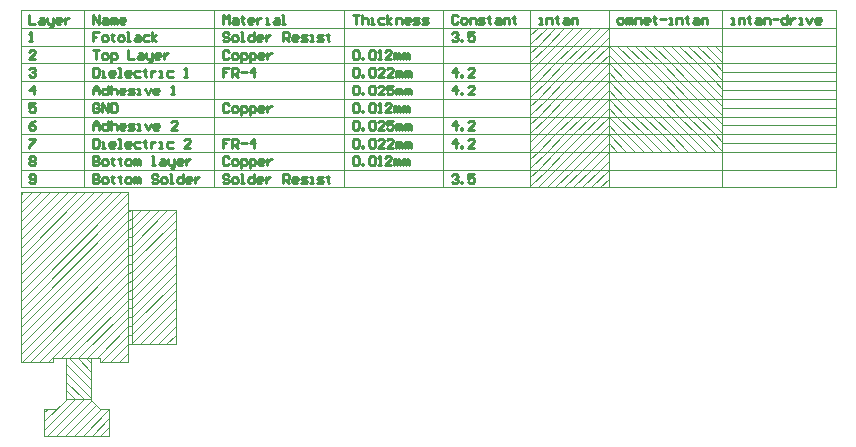
<source format=gbr>
%TF.GenerationSoftware,Altium Limited,Altium Designer,18.0.12 (696)*%
G04 Layer_Color=8388736*
%FSLAX45Y45*%
%MOMM*%
%TF.FileFunction,Other,layer_stack_table*%
%TF.Part,Single*%
G01*
G75*
%TA.AperFunction,NonConductor*%
%ADD49C,0.02540*%
%ADD78C,0.25400*%
%ADD83C,0.00100*%
D49*
X5865028Y1531775D02*
X5940028Y1606775D01*
X5790028Y1531775D02*
X5940028Y1681775D01*
X5715027Y1531775D02*
X5865028Y1681775D01*
X5640027Y1531775D02*
X5790028Y1681775D01*
X5565027Y1531775D02*
X5715027Y1681775D01*
X5490027Y1531775D02*
X5640027Y1681775D01*
X5415027Y1531775D02*
X5565027Y1681775D01*
X5340027Y1531775D02*
X5490027Y1681775D01*
X5276876Y1543624D02*
X5415027Y1681775D01*
X5276876Y1618624D02*
X5340027Y1681775D01*
X5865028D02*
X5940028Y1756775D01*
X5790028Y1681775D02*
X5940028Y1831775D01*
X5715027Y1681775D02*
X5865028Y1831775D01*
X5640027Y1681775D02*
X5790028Y1831775D01*
X5565027Y1681775D02*
X5715027Y1831775D01*
X5490027Y1681775D02*
X5640027Y1831775D01*
X5415027Y1681775D02*
X5565027Y1831775D01*
X5340027Y1681775D02*
X5490027Y1831775D01*
X5276876Y1693624D02*
X5415027Y1831775D01*
X5276876Y1768624D02*
X5340027Y1831775D01*
X5865028D02*
X5940028Y1906775D01*
X5790028Y1831775D02*
X5940028Y1981776D01*
X5715027Y1831775D02*
X5865028Y1981776D01*
X5640027Y1831775D02*
X5790028Y1981776D01*
X5565027Y1831775D02*
X5715027Y1981776D01*
X5490027Y1831775D02*
X5640027Y1981776D01*
X5415027Y1831775D02*
X5565027Y1981776D01*
X5340027Y1831775D02*
X5490027Y1981776D01*
X5276876Y1843624D02*
X5415027Y1981776D01*
X5276876Y1918625D02*
X5340027Y1981776D01*
X5865028D02*
X5940028Y2056776D01*
X5790028Y1981776D02*
X5940028Y2131776D01*
X5715027Y1981776D02*
X5865028Y2131776D01*
X5640027Y1981776D02*
X5790028Y2131776D01*
X5565027Y1981776D02*
X5715027Y2131776D01*
X5490027Y1981776D02*
X5640027Y2131776D01*
X5415027Y1981776D02*
X5565027Y2131776D01*
X5340027Y1981776D02*
X5490027Y2131776D01*
X5276876Y1993625D02*
X5415027Y2131776D01*
X5276876Y2068625D02*
X5340027Y2131776D01*
X5865028D02*
X5940028Y2206776D01*
X5790028Y2131776D02*
X5940028Y2281776D01*
X5715027Y2131776D02*
X5865028Y2281776D01*
X5640027Y2131776D02*
X5790028Y2281776D01*
X5565027Y2131776D02*
X5715027Y2281776D01*
X5490027Y2131776D02*
X5640027Y2281776D01*
X5415027Y2131776D02*
X5565027Y2281776D01*
X5340027Y2131776D02*
X5490027Y2281776D01*
X5276876Y2143625D02*
X5415027Y2281776D01*
X5276876Y2218625D02*
X5340027Y2281776D01*
X5865028D02*
X5940028Y2356776D01*
X5790028Y2281776D02*
X5940028Y2431776D01*
X5715027Y2281776D02*
X5865028Y2431776D01*
X5640027Y2281776D02*
X5790028Y2431776D01*
X5565027Y2281776D02*
X5715027Y2431776D01*
X5490027Y2281776D02*
X5640027Y2431776D01*
X5415027Y2281776D02*
X5565027Y2431776D01*
X5340027Y2281776D02*
X5490027Y2431776D01*
X5276876Y2293625D02*
X5415027Y2431776D01*
X5276876Y2368625D02*
X5340027Y2431776D01*
X5865028D02*
X5940028Y2506776D01*
X5790028Y2431776D02*
X5940028Y2581776D01*
X5715027Y2431776D02*
X5865028Y2581776D01*
X5640027Y2431776D02*
X5790028Y2581776D01*
X5565027Y2431776D02*
X5715027Y2581776D01*
X5490027Y2431776D02*
X5640027Y2581776D01*
X5415027Y2431776D02*
X5565027Y2581776D01*
X5340027Y2431776D02*
X5490027Y2581776D01*
X5276876Y2443625D02*
X5415027Y2581776D01*
X5276876Y2518625D02*
X5340027Y2581776D01*
X5865028D02*
X5940028Y2656776D01*
X5790028Y2581776D02*
X5940028Y2731777D01*
X5715027Y2581776D02*
X5865028Y2731777D01*
X5640027Y2581776D02*
X5790028Y2731777D01*
X5565027Y2581776D02*
X5715027Y2731777D01*
X5490027Y2581776D02*
X5640027Y2731777D01*
X5415027Y2581776D02*
X5565027Y2731777D01*
X5340027Y2581776D02*
X5490027Y2731777D01*
X5276876Y2593625D02*
X5415027Y2731777D01*
X5276876Y2668626D02*
X5340027Y2731777D01*
X5865028D02*
X5940028Y2806777D01*
X5790028Y2731777D02*
X5940028Y2881777D01*
X5715027Y2731777D02*
X5865028Y2881777D01*
X5640027Y2731777D02*
X5790028Y2881777D01*
X5565027Y2731777D02*
X5715027Y2881777D01*
X5490027Y2731777D02*
X5640027Y2881777D01*
X5415027Y2731777D02*
X5565027Y2881777D01*
X5340027Y2731777D02*
X5490027Y2881777D01*
X5276876Y2743626D02*
X5415027Y2881777D01*
X5276876Y2818626D02*
X5340027Y2881777D01*
X5940028Y1906775D02*
X6015028Y1831775D01*
X5940028Y1981776D02*
X6090028Y1831775D01*
X6015028Y1981776D02*
X6165028Y1831775D01*
X6090028Y1981776D02*
X6240028Y1831775D01*
X6165028Y1981776D02*
X6315028Y1831775D01*
X6240028Y1981776D02*
X6390028Y1831775D01*
X6315028Y1981776D02*
X6465028Y1831775D01*
X6390028Y1981776D02*
X6540029Y1831775D01*
X6465028Y1981776D02*
X6615029Y1831775D01*
X6540029Y1981776D02*
X6690029Y1831775D01*
X6615029Y1981776D02*
X6765029Y1831775D01*
X6690029Y1981776D02*
X6840029Y1831775D01*
X6765029Y1981776D02*
X6903083Y1843721D01*
X6840029Y1981776D02*
X6903083Y1918721D01*
X5940028Y2056776D02*
X6015028Y1981776D01*
X5940028Y2131776D02*
X6090028Y1981776D01*
X6015028Y2131776D02*
X6165028Y1981776D01*
X6090028Y2131776D02*
X6240028Y1981776D01*
X6165028Y2131776D02*
X6315028Y1981776D01*
X6240028Y2131776D02*
X6390028Y1981776D01*
X6315028Y2131776D02*
X6465028Y1981776D01*
X6390028Y2131776D02*
X6540029Y1981776D01*
X6465028Y2131776D02*
X6615029Y1981776D01*
X6540029Y2131776D02*
X6690029Y1981776D01*
X6615029Y2131776D02*
X6765029Y1981776D01*
X6690029Y2131776D02*
X6840029Y1981776D01*
X6765029Y2131776D02*
X6903083Y1993721D01*
X6840029Y2131776D02*
X6903083Y2068721D01*
X5940028Y2206776D02*
X6015028Y2131776D01*
X5940028Y2281776D02*
X6090028Y2131776D01*
X6015028Y2281776D02*
X6165028Y2131776D01*
X6090028Y2281776D02*
X6240028Y2131776D01*
X6165028Y2281776D02*
X6315028Y2131776D01*
X6240028Y2281776D02*
X6390028Y2131776D01*
X6315028Y2281776D02*
X6465028Y2131776D01*
X6390028Y2281776D02*
X6540029Y2131776D01*
X6465028Y2281776D02*
X6615029Y2131776D01*
X6540029Y2281776D02*
X6690029Y2131776D01*
X6615029Y2281776D02*
X6765029Y2131776D01*
X6690029Y2281776D02*
X6840029Y2131776D01*
X6765029Y2281776D02*
X6903083Y2143721D01*
X6840029Y2281776D02*
X6903083Y2218721D01*
X5940028Y2356776D02*
X6015028Y2281776D01*
X5940028Y2431776D02*
X6090028Y2281776D01*
X6015028Y2431776D02*
X6165028Y2281776D01*
X6090028Y2431776D02*
X6240028Y2281776D01*
X6165028Y2431776D02*
X6315028Y2281776D01*
X6240028Y2431776D02*
X6390028Y2281776D01*
X6315028Y2431776D02*
X6465028Y2281776D01*
X6390028Y2431776D02*
X6540029Y2281776D01*
X6465028Y2431776D02*
X6615029Y2281776D01*
X6540029Y2431776D02*
X6690029Y2281776D01*
X6615029Y2431776D02*
X6765029Y2281776D01*
X6690029Y2431776D02*
X6840029Y2281776D01*
X6765029Y2431776D02*
X6903083Y2293722D01*
X6840029Y2431776D02*
X6903083Y2368722D01*
X5940028Y2506776D02*
X6015028Y2431776D01*
X5940028Y2581776D02*
X6090028Y2431776D01*
X6015028Y2581776D02*
X6165028Y2431776D01*
X6090028Y2581776D02*
X6240028Y2431776D01*
X6165028Y2581776D02*
X6315028Y2431776D01*
X6240028Y2581776D02*
X6390028Y2431776D01*
X6315028Y2581776D02*
X6465028Y2431776D01*
X6390028Y2581776D02*
X6540029Y2431776D01*
X6465028Y2581776D02*
X6615029Y2431776D01*
X6540029Y2581776D02*
X6690029Y2431776D01*
X6615029Y2581776D02*
X6765029Y2431776D01*
X6690029Y2581776D02*
X6840029Y2431776D01*
X6765029Y2581776D02*
X6903083Y2443722D01*
X6840029Y2581776D02*
X6903083Y2518722D01*
X5940028Y2656776D02*
X6015028Y2581776D01*
X5940028Y2731777D02*
X6090028Y2581776D01*
X6015028Y2731777D02*
X6165028Y2581776D01*
X6090028Y2731777D02*
X6240028Y2581776D01*
X6165028Y2731777D02*
X6315028Y2581776D01*
X6240028Y2731777D02*
X6390028Y2581776D01*
X6315028Y2731777D02*
X6465028Y2581776D01*
X6390028Y2731777D02*
X6540029Y2581776D01*
X6465028Y2731777D02*
X6615029Y2581776D01*
X6540029Y2731777D02*
X6690029Y2581776D01*
X6615029Y2731777D02*
X6765029Y2581776D01*
X6690029Y2731777D02*
X6840029Y2581776D01*
X6765029Y2731777D02*
X6903083Y2593722D01*
X6840029Y2731777D02*
X6903083Y2668722D01*
Y1906775D02*
X7866139D01*
X6903083Y2056776D02*
X7866139D01*
X6903083Y2206776D02*
X7866139D01*
X6903083Y2356776D02*
X7866139D01*
X6903083Y2506776D02*
X7866139D01*
X1795432Y55343D02*
X1871807Y131718D01*
X1720432Y55343D02*
X1871807Y206718D01*
X1645432Y55343D02*
X1871807Y281718D01*
X1604562Y89474D02*
X1871807Y356718D01*
X1524605Y84517D02*
X1871807Y431718D01*
X1449605Y84517D02*
X1871807Y506719D01*
X1374605Y84517D02*
X1871807Y581719D01*
X1304563Y89475D02*
X1871807Y656719D01*
X1195431Y55343D02*
X1871807Y731719D01*
X1120431Y55343D02*
X1871807Y806719D01*
X1045431Y55343D02*
X1871807Y881719D01*
X970431Y55343D02*
X1871807Y956719D01*
X961435Y121348D02*
X1871807Y1031719D01*
X961435Y196348D02*
X1871807Y1106719D01*
X961435Y271348D02*
X1871807Y1181720D01*
X961435Y346348D02*
X1871807Y1256720D01*
X961435Y421348D02*
X1871807Y1331720D01*
X961435Y496349D02*
X1871807Y1406720D01*
X961435Y571349D02*
X1871807Y1481720D01*
X961435Y646349D02*
X1810737Y1495651D01*
X961435Y721349D02*
X1735737Y1495651D01*
X961435Y796349D02*
X1660737Y1495651D01*
X961435Y871349D02*
X1585737Y1495651D01*
X961435Y946349D02*
X1510737Y1495651D01*
X961435Y1021349D02*
X1435737Y1495651D01*
X961435Y1096349D02*
X1360737Y1495651D01*
X961435Y1171349D02*
X1285737Y1495651D01*
X961435Y1246350D02*
X1210736Y1495651D01*
X961435Y1321350D02*
X1135736Y1495651D01*
X961435Y1396350D02*
X1060736Y1495651D01*
X961435Y1471350D02*
X985736Y1495651D01*
X1871804Y284014D02*
X1901549Y286763D01*
X1871804Y359014D02*
X1901549Y361763D01*
X1871804Y434014D02*
X1901549Y436763D01*
X1871804Y509014D02*
X1901549Y511763D01*
X1871804Y584014D02*
X1901549Y586763D01*
X1871804Y659014D02*
X1901549Y661763D01*
X1871804Y734014D02*
X1901549Y736764D01*
X1871804Y809014D02*
X1901549Y811764D01*
X1871804Y884014D02*
X1901549Y886764D01*
X1871804Y959015D02*
X1901549Y961764D01*
X1871804Y1034015D02*
X1901549Y1036764D01*
X1871804Y1109015D02*
X1901549Y1111764D01*
X1871804Y1184015D02*
X1901549Y1186764D01*
X1871804Y1259015D02*
X1901549Y1261764D01*
X1871804Y1334015D02*
X1901549Y1336764D01*
X2196956Y209014D02*
X2273331Y285388D01*
X2121956Y209014D02*
X2273331Y360388D01*
X2046956Y209014D02*
X2273331Y435389D01*
X1971956Y209014D02*
X2273331Y510389D01*
X1901547Y213605D02*
X2273331Y585389D01*
X1901547Y288605D02*
X2273331Y660389D01*
X1901547Y363605D02*
X2273331Y735389D01*
X1901547Y438605D02*
X2273331Y810389D01*
X1901547Y513605D02*
X2273331Y885389D01*
X1901547Y588605D02*
X2273331Y960389D01*
X1901547Y663605D02*
X2273331Y1035389D01*
X1901547Y738606D02*
X2273331Y1110389D01*
X1901547Y813606D02*
X2273331Y1185390D01*
X1901547Y888606D02*
X2273331Y1260390D01*
X1901547Y963606D02*
X2273331Y1335390D01*
X1901547Y1038606D02*
X2204923Y1341982D01*
X1901547Y1113606D02*
X2129923Y1341982D01*
X1901547Y1188606D02*
X2054923Y1341982D01*
X1901547Y1263606D02*
X1979923Y1341982D01*
X1901547Y1338606D02*
X1904923Y1341982D01*
X1343875Y-186527D02*
X1420249Y-262901D01*
X1343875Y-111527D02*
X1495249Y-262901D01*
X1343875Y-36526D02*
X1559510Y-252162D01*
X1343874Y38474D02*
X1559510Y-177162D01*
X1369511Y87838D02*
X1559510Y-102162D01*
X1444510Y87838D02*
X1559510Y-27162D01*
X1519511Y87838D02*
X1559510Y47838D01*
X1637301Y-574209D02*
X1713676Y-497835D01*
X1562301Y-574209D02*
X1713676Y-422835D01*
X1487301Y-574209D02*
X1713676Y-347835D01*
X1412301Y-574209D02*
X1645634Y-340876D01*
X1337301Y-574209D02*
X1604194Y-307316D01*
X1262301Y-574209D02*
X1566694Y-269816D01*
X1187301Y-574208D02*
X1501360Y-260150D01*
X1163436Y-523073D02*
X1426360Y-260150D01*
X1163436Y-448073D02*
X1351360Y-260150D01*
X1163436Y-373073D02*
X1195633Y-340877D01*
D78*
X1036437Y2994253D02*
Y2919277D01*
X1086420D01*
X1123909Y2969261D02*
X1148900D01*
X1161396Y2956765D01*
Y2919277D01*
X1123909D01*
X1111413Y2931773D01*
X1123909Y2944269D01*
X1161396D01*
X1186389Y2969261D02*
Y2931773D01*
X1198885Y2919277D01*
X1236372D01*
Y2906781D01*
X1223876Y2894285D01*
X1211381D01*
X1236372Y2919277D02*
Y2969261D01*
X1298852Y2919277D02*
X1273861D01*
X1261365Y2931773D01*
Y2956765D01*
X1273861Y2969261D01*
X1298852D01*
X1311348Y2956765D01*
Y2944269D01*
X1261365D01*
X1336340Y2969261D02*
Y2919277D01*
Y2944269D01*
X1348837Y2956765D01*
X1361333Y2969261D01*
X1373828D01*
X1036437Y1581771D02*
X1048933Y1569275D01*
X1073924D01*
X1086420Y1581771D01*
Y1631755D01*
X1073924Y1644251D01*
X1048933D01*
X1036437Y1631755D01*
Y1619259D01*
X1048933Y1606763D01*
X1086420D01*
X1036437Y1781755D02*
X1048933Y1794251D01*
X1073924D01*
X1086420Y1781755D01*
Y1769259D01*
X1073924Y1756763D01*
X1086420Y1744267D01*
Y1731771D01*
X1073924Y1719275D01*
X1048933D01*
X1036437Y1731771D01*
Y1744267D01*
X1048933Y1756763D01*
X1036437Y1769259D01*
Y1781755D01*
X1048933Y1756763D02*
X1073924D01*
X1036437Y1944251D02*
X1086420D01*
Y1931755D01*
X1036437Y1881771D01*
Y1869275D01*
X1086420Y2094252D02*
X1061429Y2081756D01*
X1036437Y2056763D01*
Y2031772D01*
X1048933Y2019276D01*
X1073924D01*
X1086420Y2031772D01*
Y2044268D01*
X1073924Y2056763D01*
X1036437D01*
X1086420Y2244252D02*
X1036437D01*
Y2206764D01*
X1061429Y2219260D01*
X1073924D01*
X1086420Y2206764D01*
Y2181772D01*
X1073924Y2169276D01*
X1048933D01*
X1036437Y2181772D01*
X1073924Y2319276D02*
Y2394252D01*
X1036437Y2356764D01*
X1086420D01*
X1036437Y2531756D02*
X1048933Y2544252D01*
X1073924D01*
X1086420Y2531756D01*
Y2519260D01*
X1073924Y2506764D01*
X1061429D01*
X1073924D01*
X1086420Y2494268D01*
Y2481772D01*
X1073924Y2469276D01*
X1048933D01*
X1036437Y2481772D01*
X1086420Y2619276D02*
X1036437D01*
X1086420Y2669260D01*
Y2681756D01*
X1073924Y2694252D01*
X1048933D01*
X1036437Y2681756D01*
Y2769277D02*
X1061429D01*
X1048933D01*
Y2844253D01*
X1036437Y2831757D01*
X1574629Y2919277D02*
Y2994253D01*
X1624612Y2919277D01*
Y2994253D01*
X1662101Y2969261D02*
X1687092D01*
X1699588Y2956765D01*
Y2919277D01*
X1662101D01*
X1649605Y2931773D01*
X1662101Y2944269D01*
X1699588D01*
X1724580Y2919277D02*
Y2969261D01*
X1737077D01*
X1749573Y2956765D01*
Y2919277D01*
Y2956765D01*
X1762068Y2969261D01*
X1774564Y2956765D01*
Y2919277D01*
X1837044D02*
X1812053D01*
X1799556Y2931773D01*
Y2956765D01*
X1812053Y2969261D01*
X1837044D01*
X1849540Y2956765D01*
Y2944269D01*
X1799556D01*
X1574629Y1644251D02*
Y1569275D01*
X1612116D01*
X1624612Y1581771D01*
Y1594267D01*
X1612116Y1606763D01*
X1574629D01*
X1612116D01*
X1624612Y1619259D01*
Y1631755D01*
X1612116Y1644251D01*
X1574629D01*
X1662101Y1569275D02*
X1687092D01*
X1699588Y1581771D01*
Y1606763D01*
X1687092Y1619259D01*
X1662101D01*
X1649605Y1606763D01*
Y1581771D01*
X1662101Y1569275D01*
X1737077Y1631755D02*
Y1619259D01*
X1724580D01*
X1749573D01*
X1737077D01*
Y1581771D01*
X1749573Y1569275D01*
X1799556Y1631755D02*
Y1619259D01*
X1787060D01*
X1812053D01*
X1799556D01*
Y1581771D01*
X1812053Y1569275D01*
X1862036D02*
X1887028D01*
X1899524Y1581771D01*
Y1606763D01*
X1887028Y1619259D01*
X1862036D01*
X1849540Y1606763D01*
Y1581771D01*
X1862036Y1569275D01*
X1924516D02*
Y1619259D01*
X1937012D01*
X1949508Y1606763D01*
Y1569275D01*
Y1606763D01*
X1962004Y1619259D01*
X1974500Y1606763D01*
Y1569275D01*
X2124452Y1631755D02*
X2111956Y1644251D01*
X2086964D01*
X2074468Y1631755D01*
Y1619259D01*
X2086964Y1606763D01*
X2111956D01*
X2124452Y1594267D01*
Y1581771D01*
X2111956Y1569275D01*
X2086964D01*
X2074468Y1581771D01*
X2161940Y1569275D02*
X2186932D01*
X2199428Y1581771D01*
Y1606763D01*
X2186932Y1619259D01*
X2161940D01*
X2149444Y1606763D01*
Y1581771D01*
X2161940Y1569275D01*
X2224420D02*
X2249412D01*
X2236916D01*
Y1644251D01*
X2224420D01*
X2336884D02*
Y1569275D01*
X2299396D01*
X2286900Y1581771D01*
Y1606763D01*
X2299396Y1619259D01*
X2336884D01*
X2399364Y1569275D02*
X2374372D01*
X2361876Y1581771D01*
Y1606763D01*
X2374372Y1619259D01*
X2399364D01*
X2411860Y1606763D01*
Y1594267D01*
X2361876D01*
X2436852Y1619259D02*
Y1569275D01*
Y1594267D01*
X2449348Y1606763D01*
X2461844Y1619259D01*
X2474340D01*
X1574629Y1794251D02*
Y1719275D01*
X1612116D01*
X1624612Y1731771D01*
Y1744267D01*
X1612116Y1756763D01*
X1574629D01*
X1612116D01*
X1624612Y1769259D01*
Y1781755D01*
X1612116Y1794251D01*
X1574629D01*
X1662101Y1719275D02*
X1687092D01*
X1699588Y1731771D01*
Y1756763D01*
X1687092Y1769259D01*
X1662101D01*
X1649605Y1756763D01*
Y1731771D01*
X1662101Y1719275D01*
X1737077Y1781755D02*
Y1769259D01*
X1724580D01*
X1749573D01*
X1737077D01*
Y1731771D01*
X1749573Y1719275D01*
X1799556Y1781755D02*
Y1769259D01*
X1787060D01*
X1812053D01*
X1799556D01*
Y1731771D01*
X1812053Y1719275D01*
X1862036D02*
X1887028D01*
X1899524Y1731771D01*
Y1756763D01*
X1887028Y1769259D01*
X1862036D01*
X1849540Y1756763D01*
Y1731771D01*
X1862036Y1719275D01*
X1924516D02*
Y1769259D01*
X1937012D01*
X1949508Y1756763D01*
Y1719275D01*
Y1756763D01*
X1962004Y1769259D01*
X1974500Y1756763D01*
Y1719275D01*
X2074468D02*
X2099460D01*
X2086964D01*
Y1794251D01*
X2074468D01*
X2149444Y1769259D02*
X2174436D01*
X2186932Y1756763D01*
Y1719275D01*
X2149444D01*
X2136948Y1731771D01*
X2149444Y1744267D01*
X2186932D01*
X2211924Y1769259D02*
Y1731771D01*
X2224420Y1719275D01*
X2261908D01*
Y1706779D01*
X2249412Y1694283D01*
X2236916D01*
X2261908Y1719275D02*
Y1769259D01*
X2324388Y1719275D02*
X2299396D01*
X2286900Y1731771D01*
Y1756763D01*
X2299396Y1769259D01*
X2324388D01*
X2336884Y1756763D01*
Y1744267D01*
X2286900D01*
X2361876Y1769259D02*
Y1719275D01*
Y1744267D01*
X2374372Y1756763D01*
X2386868Y1769259D01*
X2399364D01*
X1574629Y1944251D02*
Y1869275D01*
X1612116D01*
X1624612Y1881771D01*
Y1931755D01*
X1612116Y1944251D01*
X1574629D01*
X1649605Y1869275D02*
X1674597D01*
X1662101D01*
Y1919259D01*
X1649605D01*
X1749572Y1869275D02*
X1724580D01*
X1712084Y1881771D01*
Y1906763D01*
X1724580Y1919259D01*
X1749572D01*
X1762068Y1906763D01*
Y1894267D01*
X1712084D01*
X1787060Y1869275D02*
X1812053D01*
X1799556D01*
Y1944251D01*
X1787060D01*
X1887028Y1869275D02*
X1862036D01*
X1849540Y1881771D01*
Y1906763D01*
X1862036Y1919259D01*
X1887028D01*
X1899524Y1906763D01*
Y1894267D01*
X1849540D01*
X1974500Y1919259D02*
X1937012D01*
X1924516Y1906763D01*
Y1881771D01*
X1937012Y1869275D01*
X1974500D01*
X2011988Y1931755D02*
Y1919259D01*
X1999492D01*
X2024484D01*
X2011988D01*
Y1881771D01*
X2024484Y1869275D01*
X2061972Y1919259D02*
Y1869275D01*
Y1894267D01*
X2074468Y1906763D01*
X2086964Y1919259D01*
X2099460D01*
X2136948Y1869275D02*
X2161940D01*
X2149444D01*
Y1919259D01*
X2136948D01*
X2249412D02*
X2211924D01*
X2199428Y1906763D01*
Y1881771D01*
X2211924Y1869275D01*
X2249412D01*
X2399364D02*
X2349380D01*
X2399364Y1919259D01*
Y1931755D01*
X2386868Y1944251D01*
X2361876D01*
X2349380Y1931755D01*
X1574629Y2019276D02*
Y2069260D01*
X1599621Y2094252D01*
X1624612Y2069260D01*
Y2019276D01*
Y2056763D01*
X1574629D01*
X1699588Y2094252D02*
Y2019276D01*
X1662101D01*
X1649605Y2031772D01*
Y2056763D01*
X1662101Y2069260D01*
X1699588D01*
X1724580Y2094252D02*
Y2019276D01*
Y2056763D01*
X1737077Y2069260D01*
X1762068D01*
X1774564Y2056763D01*
Y2019276D01*
X1837044D02*
X1812053D01*
X1799556Y2031772D01*
Y2056763D01*
X1812053Y2069260D01*
X1837044D01*
X1849540Y2056763D01*
Y2044268D01*
X1799556D01*
X1874532Y2019276D02*
X1912020D01*
X1924516Y2031772D01*
X1912020Y2044268D01*
X1887028D01*
X1874532Y2056763D01*
X1887028Y2069260D01*
X1924516D01*
X1949508Y2019276D02*
X1974500D01*
X1962004D01*
Y2069260D01*
X1949508D01*
X2011988D02*
X2036980Y2019276D01*
X2061972Y2069260D01*
X2124452Y2019276D02*
X2099460D01*
X2086964Y2031772D01*
Y2056763D01*
X2099460Y2069260D01*
X2124452D01*
X2136948Y2056763D01*
Y2044268D01*
X2086964D01*
X2286900Y2019276D02*
X2236916D01*
X2286900Y2069260D01*
Y2081756D01*
X2274404Y2094252D01*
X2249412D01*
X2236916Y2081756D01*
X1624612Y2231756D02*
X1612116Y2244252D01*
X1587125D01*
X1574629Y2231756D01*
Y2181772D01*
X1587125Y2169276D01*
X1612116D01*
X1624612Y2181772D01*
Y2206764D01*
X1599621D01*
X1649605Y2169276D02*
Y2244252D01*
X1699588Y2169276D01*
Y2244252D01*
X1724580D02*
Y2169276D01*
X1762068D01*
X1774564Y2181772D01*
Y2231756D01*
X1762068Y2244252D01*
X1724580D01*
X1574629Y2319276D02*
Y2369260D01*
X1599621Y2394252D01*
X1624612Y2369260D01*
Y2319276D01*
Y2356764D01*
X1574629D01*
X1699588Y2394252D02*
Y2319276D01*
X1662101D01*
X1649605Y2331772D01*
Y2356764D01*
X1662101Y2369260D01*
X1699588D01*
X1724580Y2394252D02*
Y2319276D01*
Y2356764D01*
X1737077Y2369260D01*
X1762068D01*
X1774564Y2356764D01*
Y2319276D01*
X1837044D02*
X1812053D01*
X1799556Y2331772D01*
Y2356764D01*
X1812053Y2369260D01*
X1837044D01*
X1849540Y2356764D01*
Y2344268D01*
X1799556D01*
X1874532Y2319276D02*
X1912020D01*
X1924516Y2331772D01*
X1912020Y2344268D01*
X1887028D01*
X1874532Y2356764D01*
X1887028Y2369260D01*
X1924516D01*
X1949508Y2319276D02*
X1974500D01*
X1962004D01*
Y2369260D01*
X1949508D01*
X2011988D02*
X2036980Y2319276D01*
X2061972Y2369260D01*
X2124452Y2319276D02*
X2099460D01*
X2086964Y2331772D01*
Y2356764D01*
X2099460Y2369260D01*
X2124452D01*
X2136948Y2356764D01*
Y2344268D01*
X2086964D01*
X2236916Y2319276D02*
X2261908D01*
X2249412D01*
Y2394252D01*
X2236916Y2381756D01*
X1574629Y2544252D02*
Y2469276D01*
X1612116D01*
X1624612Y2481772D01*
Y2531756D01*
X1612116Y2544252D01*
X1574629D01*
X1649605Y2469276D02*
X1674597D01*
X1662101D01*
Y2519260D01*
X1649605D01*
X1749572Y2469276D02*
X1724580D01*
X1712084Y2481772D01*
Y2506764D01*
X1724580Y2519260D01*
X1749572D01*
X1762068Y2506764D01*
Y2494268D01*
X1712084D01*
X1787060Y2469276D02*
X1812053D01*
X1799556D01*
Y2544252D01*
X1787060D01*
X1887028Y2469276D02*
X1862036D01*
X1849540Y2481772D01*
Y2506764D01*
X1862036Y2519260D01*
X1887028D01*
X1899524Y2506764D01*
Y2494268D01*
X1849540D01*
X1974500Y2519260D02*
X1937012D01*
X1924516Y2506764D01*
Y2481772D01*
X1937012Y2469276D01*
X1974500D01*
X2011988Y2531756D02*
Y2519260D01*
X1999492D01*
X2024484D01*
X2011988D01*
Y2481772D01*
X2024484Y2469276D01*
X2061972Y2519260D02*
Y2469276D01*
Y2494268D01*
X2074468Y2506764D01*
X2086964Y2519260D01*
X2099460D01*
X2136948Y2469276D02*
X2161940D01*
X2149444D01*
Y2519260D01*
X2136948D01*
X2249412D02*
X2211924D01*
X2199428Y2506764D01*
Y2481772D01*
X2211924Y2469276D01*
X2249412D01*
X2349380D02*
X2374372D01*
X2361876D01*
Y2544252D01*
X2349380Y2531756D01*
X1574629Y2694252D02*
X1624612D01*
X1599621D01*
Y2619276D01*
X1662101D02*
X1687092D01*
X1699588Y2631772D01*
Y2656764D01*
X1687092Y2669260D01*
X1662101D01*
X1649605Y2656764D01*
Y2631772D01*
X1662101Y2619276D01*
X1724580Y2594284D02*
Y2669260D01*
X1762068D01*
X1774564Y2656764D01*
Y2631772D01*
X1762068Y2619276D01*
X1724580D01*
X1874532Y2694252D02*
Y2619276D01*
X1924516D01*
X1962004Y2669260D02*
X1986996D01*
X1999492Y2656764D01*
Y2619276D01*
X1962004D01*
X1949508Y2631772D01*
X1962004Y2644269D01*
X1999492D01*
X2024484Y2669260D02*
Y2631772D01*
X2036980Y2619276D01*
X2074468D01*
Y2606780D01*
X2061972Y2594284D01*
X2049476D01*
X2074468Y2619276D02*
Y2669260D01*
X2136948Y2619276D02*
X2111956D01*
X2099460Y2631772D01*
Y2656764D01*
X2111956Y2669260D01*
X2136948D01*
X2149444Y2656764D01*
Y2644269D01*
X2099460D01*
X2174436Y2669260D02*
Y2619276D01*
Y2644269D01*
X2186932Y2656764D01*
X2199428Y2669260D01*
X2211924D01*
X1624612Y2844253D02*
X1574629D01*
Y2806765D01*
X1599621D01*
X1574629D01*
Y2769277D01*
X1662101D02*
X1687092D01*
X1699588Y2781773D01*
Y2806765D01*
X1687092Y2819261D01*
X1662101D01*
X1649605Y2806765D01*
Y2781773D01*
X1662101Y2769277D01*
X1737077Y2831757D02*
Y2819261D01*
X1724580D01*
X1749573D01*
X1737077D01*
Y2781773D01*
X1749573Y2769277D01*
X1799556D02*
X1824548D01*
X1837044Y2781773D01*
Y2806765D01*
X1824548Y2819261D01*
X1799556D01*
X1787060Y2806765D01*
Y2781773D01*
X1799556Y2769277D01*
X1862036D02*
X1887028D01*
X1874532D01*
Y2844253D01*
X1862036D01*
X1937012Y2819261D02*
X1962004D01*
X1974500Y2806765D01*
Y2769277D01*
X1937012D01*
X1924516Y2781773D01*
X1937012Y2794269D01*
X1974500D01*
X2049476Y2819261D02*
X2011988D01*
X1999492Y2806765D01*
Y2781773D01*
X2011988Y2769277D01*
X2049476D01*
X2074468D02*
Y2844253D01*
Y2794269D02*
X2111956Y2819261D01*
X2074468Y2794269D02*
X2111956Y2769277D01*
X2675140Y2919277D02*
Y2994253D01*
X2700132Y2969261D01*
X2725124Y2994253D01*
Y2919277D01*
X2762612Y2969261D02*
X2787604D01*
X2800100Y2956765D01*
Y2919277D01*
X2762612D01*
X2750116Y2931773D01*
X2762612Y2944269D01*
X2800100D01*
X2837588Y2981757D02*
Y2969261D01*
X2825092D01*
X2850084D01*
X2837588D01*
Y2931773D01*
X2850084Y2919277D01*
X2925060D02*
X2900068D01*
X2887572Y2931773D01*
Y2956765D01*
X2900068Y2969261D01*
X2925060D01*
X2937556Y2956765D01*
Y2944269D01*
X2887572D01*
X2962548Y2969261D02*
Y2919277D01*
Y2944269D01*
X2975044Y2956765D01*
X2987540Y2969261D01*
X3000036D01*
X3037524Y2919277D02*
X3062516D01*
X3050020D01*
Y2969261D01*
X3037524D01*
X3112500D02*
X3137492D01*
X3149988Y2956765D01*
Y2919277D01*
X3112500D01*
X3100004Y2931773D01*
X3112500Y2944269D01*
X3149988D01*
X3174980Y2919277D02*
X3199972D01*
X3187476D01*
Y2994253D01*
X3174980D01*
X2725124Y1631755D02*
X2712628Y1644251D01*
X2687636D01*
X2675140Y1631755D01*
Y1619259D01*
X2687636Y1606763D01*
X2712628D01*
X2725124Y1594267D01*
Y1581771D01*
X2712628Y1569275D01*
X2687636D01*
X2675140Y1581771D01*
X2762612Y1569275D02*
X2787604D01*
X2800100Y1581771D01*
Y1606763D01*
X2787604Y1619259D01*
X2762612D01*
X2750116Y1606763D01*
Y1581771D01*
X2762612Y1569275D01*
X2825092D02*
X2850084D01*
X2837588D01*
Y1644251D01*
X2825092D01*
X2937556D02*
Y1569275D01*
X2900068D01*
X2887572Y1581771D01*
Y1606763D01*
X2900068Y1619259D01*
X2937556D01*
X3000036Y1569275D02*
X2975044D01*
X2962548Y1581771D01*
Y1606763D01*
X2975044Y1619259D01*
X3000036D01*
X3012532Y1606763D01*
Y1594267D01*
X2962548D01*
X3037524Y1619259D02*
Y1569275D01*
Y1594267D01*
X3050020Y1606763D01*
X3062516Y1619259D01*
X3075012D01*
X3187476Y1569275D02*
Y1644251D01*
X3224964D01*
X3237460Y1631755D01*
Y1606763D01*
X3224964Y1594267D01*
X3187476D01*
X3212468D02*
X3237460Y1569275D01*
X3299940D02*
X3274948D01*
X3262452Y1581771D01*
Y1606763D01*
X3274948Y1619259D01*
X3299940D01*
X3312436Y1606763D01*
Y1594267D01*
X3262452D01*
X3337428Y1569275D02*
X3374916D01*
X3387412Y1581771D01*
X3374916Y1594267D01*
X3349924D01*
X3337428Y1606763D01*
X3349924Y1619259D01*
X3387412D01*
X3412404Y1569275D02*
X3437396D01*
X3424900D01*
Y1619259D01*
X3412404D01*
X3474884Y1569275D02*
X3512372D01*
X3524868Y1581771D01*
X3512372Y1594267D01*
X3487380D01*
X3474884Y1606763D01*
X3487380Y1619259D01*
X3524868D01*
X3562356Y1631755D02*
Y1619259D01*
X3549860D01*
X3574852D01*
X3562356D01*
Y1581771D01*
X3574852Y1569275D01*
X2725124Y1781755D02*
X2712628Y1794251D01*
X2687636D01*
X2675140Y1781755D01*
Y1731771D01*
X2687636Y1719275D01*
X2712628D01*
X2725124Y1731771D01*
X2762612Y1719275D02*
X2787604D01*
X2800100Y1731771D01*
Y1756763D01*
X2787604Y1769259D01*
X2762612D01*
X2750116Y1756763D01*
Y1731771D01*
X2762612Y1719275D01*
X2825092Y1694283D02*
Y1769259D01*
X2862580D01*
X2875076Y1756763D01*
Y1731771D01*
X2862580Y1719275D01*
X2825092D01*
X2900068Y1694283D02*
Y1769259D01*
X2937556D01*
X2950052Y1756763D01*
Y1731771D01*
X2937556Y1719275D01*
X2900068D01*
X3012532D02*
X2987540D01*
X2975044Y1731771D01*
Y1756763D01*
X2987540Y1769259D01*
X3012532D01*
X3025028Y1756763D01*
Y1744267D01*
X2975044D01*
X3050020Y1769259D02*
Y1719275D01*
Y1744267D01*
X3062516Y1756763D01*
X3075012Y1769259D01*
X3087508D01*
X2725124Y1944251D02*
X2675140D01*
Y1906763D01*
X2700132D01*
X2675140D01*
Y1869275D01*
X2750116D02*
Y1944251D01*
X2787604D01*
X2800100Y1931755D01*
Y1906763D01*
X2787604Y1894267D01*
X2750116D01*
X2775108D02*
X2800100Y1869275D01*
X2825092Y1906763D02*
X2875076D01*
X2937556Y1869275D02*
Y1944251D01*
X2900068Y1906763D01*
X2950052D01*
X2725124Y2231756D02*
X2712628Y2244252D01*
X2687636D01*
X2675140Y2231756D01*
Y2181772D01*
X2687636Y2169276D01*
X2712628D01*
X2725124Y2181772D01*
X2762612Y2169276D02*
X2787604D01*
X2800100Y2181772D01*
Y2206764D01*
X2787604Y2219260D01*
X2762612D01*
X2750116Y2206764D01*
Y2181772D01*
X2762612Y2169276D01*
X2825092Y2144284D02*
Y2219260D01*
X2862580D01*
X2875076Y2206764D01*
Y2181772D01*
X2862580Y2169276D01*
X2825092D01*
X2900068Y2144284D02*
Y2219260D01*
X2937556D01*
X2950052Y2206764D01*
Y2181772D01*
X2937556Y2169276D01*
X2900068D01*
X3012532D02*
X2987540D01*
X2975044Y2181772D01*
Y2206764D01*
X2987540Y2219260D01*
X3012532D01*
X3025028Y2206764D01*
Y2194268D01*
X2975044D01*
X3050020Y2219260D02*
Y2169276D01*
Y2194268D01*
X3062516Y2206764D01*
X3075012Y2219260D01*
X3087508D01*
X2725124Y2544252D02*
X2675140D01*
Y2506764D01*
X2700132D01*
X2675140D01*
Y2469276D01*
X2750116D02*
Y2544252D01*
X2787604D01*
X2800100Y2531756D01*
Y2506764D01*
X2787604Y2494268D01*
X2750116D01*
X2775108D02*
X2800100Y2469276D01*
X2825092Y2506764D02*
X2875076D01*
X2937556Y2469276D02*
Y2544252D01*
X2900068Y2506764D01*
X2950052D01*
X2725124Y2681756D02*
X2712628Y2694252D01*
X2687636D01*
X2675140Y2681756D01*
Y2631772D01*
X2687636Y2619276D01*
X2712628D01*
X2725124Y2631772D01*
X2762612Y2619276D02*
X2787604D01*
X2800100Y2631772D01*
Y2656764D01*
X2787604Y2669260D01*
X2762612D01*
X2750116Y2656764D01*
Y2631772D01*
X2762612Y2619276D01*
X2825092Y2594284D02*
Y2669260D01*
X2862580D01*
X2875076Y2656764D01*
Y2631772D01*
X2862580Y2619276D01*
X2825092D01*
X2900068Y2594284D02*
Y2669260D01*
X2937556D01*
X2950052Y2656764D01*
Y2631772D01*
X2937556Y2619276D01*
X2900068D01*
X3012532D02*
X2987540D01*
X2975044Y2631772D01*
Y2656764D01*
X2987540Y2669260D01*
X3012532D01*
X3025028Y2656764D01*
Y2644269D01*
X2975044D01*
X3050020Y2669260D02*
Y2619276D01*
Y2644269D01*
X3062516Y2656764D01*
X3075012Y2669260D01*
X3087508D01*
X2725124Y2831757D02*
X2712628Y2844253D01*
X2687636D01*
X2675140Y2831757D01*
Y2819261D01*
X2687636Y2806765D01*
X2712628D01*
X2725124Y2794269D01*
Y2781773D01*
X2712628Y2769277D01*
X2687636D01*
X2675140Y2781773D01*
X2762612Y2769277D02*
X2787604D01*
X2800100Y2781773D01*
Y2806765D01*
X2787604Y2819261D01*
X2762612D01*
X2750116Y2806765D01*
Y2781773D01*
X2762612Y2769277D01*
X2825092D02*
X2850084D01*
X2837588D01*
Y2844253D01*
X2825092D01*
X2937556D02*
Y2769277D01*
X2900068D01*
X2887572Y2781773D01*
Y2806765D01*
X2900068Y2819261D01*
X2937556D01*
X3000036Y2769277D02*
X2975044D01*
X2962548Y2781773D01*
Y2806765D01*
X2975044Y2819261D01*
X3000036D01*
X3012532Y2806765D01*
Y2794269D01*
X2962548D01*
X3037524Y2819261D02*
Y2769277D01*
Y2794269D01*
X3050020Y2806765D01*
X3062516Y2819261D01*
X3075012D01*
X3187476Y2769277D02*
Y2844253D01*
X3224964D01*
X3237460Y2831757D01*
Y2806765D01*
X3224964Y2794269D01*
X3187476D01*
X3212468D02*
X3237460Y2769277D01*
X3299940D02*
X3274948D01*
X3262452Y2781773D01*
Y2806765D01*
X3274948Y2819261D01*
X3299940D01*
X3312436Y2806765D01*
Y2794269D01*
X3262452D01*
X3337428Y2769277D02*
X3374916D01*
X3387412Y2781773D01*
X3374916Y2794269D01*
X3349924D01*
X3337428Y2806765D01*
X3349924Y2819261D01*
X3387412D01*
X3412404Y2769277D02*
X3437396D01*
X3424900D01*
Y2819261D01*
X3412404D01*
X3474884Y2769277D02*
X3512372D01*
X3524868Y2781773D01*
X3512372Y2794269D01*
X3487380D01*
X3474884Y2806765D01*
X3487380Y2819261D01*
X3524868D01*
X3562356Y2831757D02*
Y2819261D01*
X3549860D01*
X3574852D01*
X3562356D01*
Y2781773D01*
X3574852Y2769277D01*
X3775652Y2994253D02*
X3825636D01*
X3800644D01*
Y2919277D01*
X3850628Y2994253D02*
Y2919277D01*
Y2956765D01*
X3863124Y2969261D01*
X3888116D01*
X3900612Y2956765D01*
Y2919277D01*
X3925604D02*
X3950596D01*
X3938100D01*
Y2969261D01*
X3925604D01*
X4038068D02*
X4000580D01*
X3988084Y2956765D01*
Y2931773D01*
X4000580Y2919277D01*
X4038068D01*
X4063060D02*
Y2994253D01*
Y2944269D02*
X4100548Y2969261D01*
X4063060Y2944269D02*
X4100548Y2919277D01*
X4138036D02*
Y2969261D01*
X4175524D01*
X4188020Y2956765D01*
Y2919277D01*
X4250500D02*
X4225508D01*
X4213012Y2931773D01*
Y2956765D01*
X4225508Y2969261D01*
X4250500D01*
X4262996Y2956765D01*
Y2944269D01*
X4213012D01*
X4287988Y2919277D02*
X4325476D01*
X4337972Y2931773D01*
X4325476Y2944269D01*
X4300484D01*
X4287988Y2956765D01*
X4300484Y2969261D01*
X4337972D01*
X4362964Y2919277D02*
X4400452D01*
X4412948Y2931773D01*
X4400452Y2944269D01*
X4375460D01*
X4362964Y2956765D01*
X4375460Y2969261D01*
X4412948D01*
X3775652Y1781755D02*
X3788148Y1794251D01*
X3813140D01*
X3825636Y1781755D01*
Y1731771D01*
X3813140Y1719275D01*
X3788148D01*
X3775652Y1731771D01*
Y1781755D01*
X3850628Y1719275D02*
Y1731771D01*
X3863124D01*
Y1719275D01*
X3850628D01*
X3913108Y1781755D02*
X3925604Y1794251D01*
X3950596D01*
X3963092Y1781755D01*
Y1731771D01*
X3950596Y1719275D01*
X3925604D01*
X3913108Y1731771D01*
Y1781755D01*
X3988084Y1719275D02*
X4013076D01*
X4000580D01*
Y1794251D01*
X3988084Y1781755D01*
X4100548Y1719275D02*
X4050564D01*
X4100548Y1769259D01*
Y1781755D01*
X4088052Y1794251D01*
X4063060D01*
X4050564Y1781755D01*
X4125540Y1719275D02*
Y1769259D01*
X4138036D01*
X4150532Y1756763D01*
Y1719275D01*
Y1756763D01*
X4163028Y1769259D01*
X4175524Y1756763D01*
Y1719275D01*
X4200516D02*
Y1769259D01*
X4213012D01*
X4225508Y1756763D01*
Y1719275D01*
Y1756763D01*
X4238004Y1769259D01*
X4250500Y1756763D01*
Y1719275D01*
X3775652Y1931755D02*
X3788148Y1944251D01*
X3813140D01*
X3825636Y1931755D01*
Y1881771D01*
X3813140Y1869275D01*
X3788148D01*
X3775652Y1881771D01*
Y1931755D01*
X3850628Y1869275D02*
Y1881771D01*
X3863124D01*
Y1869275D01*
X3850628D01*
X3913108Y1931755D02*
X3925604Y1944251D01*
X3950596D01*
X3963092Y1931755D01*
Y1881771D01*
X3950596Y1869275D01*
X3925604D01*
X3913108Y1881771D01*
Y1931755D01*
X4038068Y1869275D02*
X3988084D01*
X4038068Y1919259D01*
Y1931755D01*
X4025572Y1944251D01*
X4000580D01*
X3988084Y1931755D01*
X4113044Y1869275D02*
X4063060D01*
X4113044Y1919259D01*
Y1931755D01*
X4100548Y1944251D01*
X4075556D01*
X4063060Y1931755D01*
X4138036Y1869275D02*
Y1919259D01*
X4150532D01*
X4163028Y1906763D01*
Y1869275D01*
Y1906763D01*
X4175524Y1919259D01*
X4188020Y1906763D01*
Y1869275D01*
X4213012D02*
Y1919259D01*
X4225508D01*
X4238004Y1906763D01*
Y1869275D01*
Y1906763D01*
X4250500Y1919259D01*
X4262996Y1906763D01*
Y1869275D01*
X3775652Y2081756D02*
X3788148Y2094252D01*
X3813140D01*
X3825636Y2081756D01*
Y2031772D01*
X3813140Y2019276D01*
X3788148D01*
X3775652Y2031772D01*
Y2081756D01*
X3850628Y2019276D02*
Y2031772D01*
X3863124D01*
Y2019276D01*
X3850628D01*
X3913108Y2081756D02*
X3925604Y2094252D01*
X3950596D01*
X3963092Y2081756D01*
Y2031772D01*
X3950596Y2019276D01*
X3925604D01*
X3913108Y2031772D01*
Y2081756D01*
X4038068Y2019276D02*
X3988084D01*
X4038068Y2069260D01*
Y2081756D01*
X4025572Y2094252D01*
X4000580D01*
X3988084Y2081756D01*
X4113044Y2094252D02*
X4063060D01*
Y2056763D01*
X4088052Y2069260D01*
X4100548D01*
X4113044Y2056763D01*
Y2031772D01*
X4100548Y2019276D01*
X4075556D01*
X4063060Y2031772D01*
X4138036Y2019276D02*
Y2069260D01*
X4150532D01*
X4163028Y2056763D01*
Y2019276D01*
Y2056763D01*
X4175524Y2069260D01*
X4188020Y2056763D01*
Y2019276D01*
X4213012D02*
Y2069260D01*
X4225508D01*
X4238004Y2056763D01*
Y2019276D01*
Y2056763D01*
X4250500Y2069260D01*
X4262996Y2056763D01*
Y2019276D01*
X3775652Y2231756D02*
X3788148Y2244252D01*
X3813140D01*
X3825636Y2231756D01*
Y2181772D01*
X3813140Y2169276D01*
X3788148D01*
X3775652Y2181772D01*
Y2231756D01*
X3850628Y2169276D02*
Y2181772D01*
X3863124D01*
Y2169276D01*
X3850628D01*
X3913108Y2231756D02*
X3925604Y2244252D01*
X3950596D01*
X3963092Y2231756D01*
Y2181772D01*
X3950596Y2169276D01*
X3925604D01*
X3913108Y2181772D01*
Y2231756D01*
X3988084Y2169276D02*
X4013076D01*
X4000580D01*
Y2244252D01*
X3988084Y2231756D01*
X4100548Y2169276D02*
X4050564D01*
X4100548Y2219260D01*
Y2231756D01*
X4088052Y2244252D01*
X4063060D01*
X4050564Y2231756D01*
X4125540Y2169276D02*
Y2219260D01*
X4138036D01*
X4150532Y2206764D01*
Y2169276D01*
Y2206764D01*
X4163028Y2219260D01*
X4175524Y2206764D01*
Y2169276D01*
X4200516D02*
Y2219260D01*
X4213012D01*
X4225508Y2206764D01*
Y2169276D01*
Y2206764D01*
X4238004Y2219260D01*
X4250500Y2206764D01*
Y2169276D01*
X3775652Y2381756D02*
X3788148Y2394252D01*
X3813140D01*
X3825636Y2381756D01*
Y2331772D01*
X3813140Y2319276D01*
X3788148D01*
X3775652Y2331772D01*
Y2381756D01*
X3850628Y2319276D02*
Y2331772D01*
X3863124D01*
Y2319276D01*
X3850628D01*
X3913108Y2381756D02*
X3925604Y2394252D01*
X3950596D01*
X3963092Y2381756D01*
Y2331772D01*
X3950596Y2319276D01*
X3925604D01*
X3913108Y2331772D01*
Y2381756D01*
X4038068Y2319276D02*
X3988084D01*
X4038068Y2369260D01*
Y2381756D01*
X4025572Y2394252D01*
X4000580D01*
X3988084Y2381756D01*
X4113044Y2394252D02*
X4063060D01*
Y2356764D01*
X4088052Y2369260D01*
X4100548D01*
X4113044Y2356764D01*
Y2331772D01*
X4100548Y2319276D01*
X4075556D01*
X4063060Y2331772D01*
X4138036Y2319276D02*
Y2369260D01*
X4150532D01*
X4163028Y2356764D01*
Y2319276D01*
Y2356764D01*
X4175524Y2369260D01*
X4188020Y2356764D01*
Y2319276D01*
X4213012D02*
Y2369260D01*
X4225508D01*
X4238004Y2356764D01*
Y2319276D01*
Y2356764D01*
X4250500Y2369260D01*
X4262996Y2356764D01*
Y2319276D01*
X3775652Y2531756D02*
X3788148Y2544252D01*
X3813140D01*
X3825636Y2531756D01*
Y2481772D01*
X3813140Y2469276D01*
X3788148D01*
X3775652Y2481772D01*
Y2531756D01*
X3850628Y2469276D02*
Y2481772D01*
X3863124D01*
Y2469276D01*
X3850628D01*
X3913108Y2531756D02*
X3925604Y2544252D01*
X3950596D01*
X3963092Y2531756D01*
Y2481772D01*
X3950596Y2469276D01*
X3925604D01*
X3913108Y2481772D01*
Y2531756D01*
X4038068Y2469276D02*
X3988084D01*
X4038068Y2519260D01*
Y2531756D01*
X4025572Y2544252D01*
X4000580D01*
X3988084Y2531756D01*
X4113044Y2469276D02*
X4063060D01*
X4113044Y2519260D01*
Y2531756D01*
X4100548Y2544252D01*
X4075556D01*
X4063060Y2531756D01*
X4138036Y2469276D02*
Y2519260D01*
X4150532D01*
X4163028Y2506764D01*
Y2469276D01*
Y2506764D01*
X4175524Y2519260D01*
X4188020Y2506764D01*
Y2469276D01*
X4213012D02*
Y2519260D01*
X4225508D01*
X4238004Y2506764D01*
Y2469276D01*
Y2506764D01*
X4250500Y2519260D01*
X4262996Y2506764D01*
Y2469276D01*
X3775652Y2681756D02*
X3788148Y2694252D01*
X3813140D01*
X3825636Y2681756D01*
Y2631772D01*
X3813140Y2619276D01*
X3788148D01*
X3775652Y2631772D01*
Y2681756D01*
X3850628Y2619276D02*
Y2631772D01*
X3863124D01*
Y2619276D01*
X3850628D01*
X3913108Y2681756D02*
X3925604Y2694252D01*
X3950596D01*
X3963092Y2681756D01*
Y2631772D01*
X3950596Y2619276D01*
X3925604D01*
X3913108Y2631772D01*
Y2681756D01*
X3988084Y2619276D02*
X4013076D01*
X4000580D01*
Y2694252D01*
X3988084Y2681756D01*
X4100548Y2619276D02*
X4050564D01*
X4100548Y2669260D01*
Y2681756D01*
X4088052Y2694252D01*
X4063060D01*
X4050564Y2681756D01*
X4125540Y2619276D02*
Y2669260D01*
X4138036D01*
X4150532Y2656764D01*
Y2619276D01*
Y2656764D01*
X4163028Y2669260D01*
X4175524Y2656764D01*
Y2619276D01*
X4200516D02*
Y2669260D01*
X4213012D01*
X4225508Y2656764D01*
Y2619276D01*
Y2656764D01*
X4238004Y2669260D01*
X4250500Y2656764D01*
Y2619276D01*
X4663732Y2981757D02*
X4651236Y2994253D01*
X4626244D01*
X4613748Y2981757D01*
Y2931773D01*
X4626244Y2919277D01*
X4651236D01*
X4663732Y2931773D01*
X4701220Y2919277D02*
X4726212D01*
X4738708Y2931773D01*
Y2956765D01*
X4726212Y2969261D01*
X4701220D01*
X4688724Y2956765D01*
Y2931773D01*
X4701220Y2919277D01*
X4763700D02*
Y2969261D01*
X4801188D01*
X4813684Y2956765D01*
Y2919277D01*
X4838676D02*
X4876164D01*
X4888660Y2931773D01*
X4876164Y2944269D01*
X4851172D01*
X4838676Y2956765D01*
X4851172Y2969261D01*
X4888660D01*
X4926148Y2981757D02*
Y2969261D01*
X4913652D01*
X4938644D01*
X4926148D01*
Y2931773D01*
X4938644Y2919277D01*
X4988628Y2969261D02*
X5013620D01*
X5026116Y2956765D01*
Y2919277D01*
X4988628D01*
X4976132Y2931773D01*
X4988628Y2944269D01*
X5026116D01*
X5051108Y2919277D02*
Y2969261D01*
X5088596D01*
X5101092Y2956765D01*
Y2919277D01*
X5138580Y2981757D02*
Y2969261D01*
X5126084D01*
X5151076D01*
X5138580D01*
Y2931773D01*
X5151076Y2919277D01*
X4613748Y1631755D02*
X4626244Y1644251D01*
X4651236D01*
X4663732Y1631755D01*
Y1619259D01*
X4651236Y1606763D01*
X4638740D01*
X4651236D01*
X4663732Y1594267D01*
Y1581771D01*
X4651236Y1569275D01*
X4626244D01*
X4613748Y1581771D01*
X4688724Y1569275D02*
Y1581771D01*
X4701220D01*
Y1569275D01*
X4688724D01*
X4801188Y1644251D02*
X4751204D01*
Y1606763D01*
X4776196Y1619259D01*
X4788692D01*
X4801188Y1606763D01*
Y1581771D01*
X4788692Y1569275D01*
X4763700D01*
X4751204Y1581771D01*
X4651236Y1869275D02*
Y1944251D01*
X4613748Y1906763D01*
X4663732D01*
X4688724Y1869275D02*
Y1881771D01*
X4701220D01*
Y1869275D01*
X4688724D01*
X4801188D02*
X4751204D01*
X4801188Y1919259D01*
Y1931755D01*
X4788692Y1944251D01*
X4763700D01*
X4751204Y1931755D01*
X4651236Y2019276D02*
Y2094252D01*
X4613748Y2056763D01*
X4663732D01*
X4688724Y2019276D02*
Y2031772D01*
X4701220D01*
Y2019276D01*
X4688724D01*
X4801188D02*
X4751204D01*
X4801188Y2069260D01*
Y2081756D01*
X4788692Y2094252D01*
X4763700D01*
X4751204Y2081756D01*
X4651236Y2319276D02*
Y2394252D01*
X4613748Y2356764D01*
X4663732D01*
X4688724Y2319276D02*
Y2331772D01*
X4701220D01*
Y2319276D01*
X4688724D01*
X4801188D02*
X4751204D01*
X4801188Y2369260D01*
Y2381756D01*
X4788692Y2394252D01*
X4763700D01*
X4751204Y2381756D01*
X4651236Y2469276D02*
Y2544252D01*
X4613748Y2506764D01*
X4663732D01*
X4688724Y2469276D02*
Y2481772D01*
X4701220D01*
Y2469276D01*
X4688724D01*
X4801188D02*
X4751204D01*
X4801188Y2519260D01*
Y2531756D01*
X4788692Y2544252D01*
X4763700D01*
X4751204Y2531756D01*
X4613748Y2831757D02*
X4626244Y2844253D01*
X4651236D01*
X4663732Y2831757D01*
Y2819261D01*
X4651236Y2806765D01*
X4638740D01*
X4651236D01*
X4663732Y2794269D01*
Y2781773D01*
X4651236Y2769277D01*
X4626244D01*
X4613748Y2781773D01*
X4688724Y2769277D02*
Y2781773D01*
X4701220D01*
Y2769277D01*
X4688724D01*
X4801188Y2844253D02*
X4751204D01*
Y2806765D01*
X4776196Y2819261D01*
X4788692D01*
X4801188Y2806765D01*
Y2781773D01*
X4788692Y2769277D01*
X4763700D01*
X4751204Y2781773D01*
X5351876Y2919277D02*
X5376868D01*
X5364372D01*
Y2969261D01*
X5351876D01*
X5414356Y2919277D02*
Y2969261D01*
X5451844D01*
X5464340Y2956765D01*
Y2919277D01*
X5501828Y2981757D02*
Y2969261D01*
X5489332D01*
X5514324D01*
X5501828D01*
Y2931773D01*
X5514324Y2919277D01*
X5564308Y2969261D02*
X5589300D01*
X5601796Y2956765D01*
Y2919277D01*
X5564308D01*
X5551812Y2931773D01*
X5564308Y2944269D01*
X5601796D01*
X5626788Y2919277D02*
Y2969261D01*
X5664276D01*
X5676772Y2956765D01*
Y2919277D01*
X6027524D02*
X6052516D01*
X6065012Y2931773D01*
Y2956765D01*
X6052516Y2969261D01*
X6027524D01*
X6015028Y2956765D01*
Y2931773D01*
X6027524Y2919277D01*
X6090004D02*
Y2969261D01*
X6102500D01*
X6114996Y2956765D01*
Y2919277D01*
Y2956765D01*
X6127492Y2969261D01*
X6139988Y2956765D01*
Y2919277D01*
X6164980D02*
Y2969261D01*
X6202468D01*
X6214964Y2956765D01*
Y2919277D01*
X6277444D02*
X6252452D01*
X6239956Y2931773D01*
Y2956765D01*
X6252452Y2969261D01*
X6277444D01*
X6289940Y2956765D01*
Y2944269D01*
X6239956D01*
X6327428Y2981757D02*
Y2969261D01*
X6314932D01*
X6339924D01*
X6327428D01*
Y2931773D01*
X6339924Y2919277D01*
X6377412Y2956765D02*
X6427396D01*
X6452388Y2919277D02*
X6477380D01*
X6464884D01*
Y2969261D01*
X6452388D01*
X6514868Y2919277D02*
Y2969261D01*
X6552355D01*
X6564851Y2956765D01*
Y2919277D01*
X6602340Y2981757D02*
Y2969261D01*
X6589844D01*
X6614836D01*
X6602340D01*
Y2931773D01*
X6614836Y2919277D01*
X6664820Y2969261D02*
X6689811D01*
X6702307Y2956765D01*
Y2919277D01*
X6664820D01*
X6652323Y2931773D01*
X6664820Y2944269D01*
X6702307D01*
X6727299Y2919277D02*
Y2969261D01*
X6764787D01*
X6777283Y2956765D01*
Y2919277D01*
X6978084D02*
X7003076D01*
X6990580D01*
Y2969261D01*
X6978084D01*
X7040564Y2919277D02*
Y2969261D01*
X7078051D01*
X7090547Y2956765D01*
Y2919277D01*
X7128036Y2981757D02*
Y2969261D01*
X7115539D01*
X7140532D01*
X7128036D01*
Y2931773D01*
X7140532Y2919277D01*
X7190515Y2969261D02*
X7215507D01*
X7228003Y2956765D01*
Y2919277D01*
X7190515D01*
X7178019Y2931773D01*
X7190515Y2944269D01*
X7228003D01*
X7252995Y2919277D02*
Y2969261D01*
X7290483D01*
X7302979Y2956765D01*
Y2919277D01*
X7327971Y2956765D02*
X7377955D01*
X7452931Y2994253D02*
Y2919277D01*
X7415443D01*
X7402947Y2931773D01*
Y2956765D01*
X7415443Y2969261D01*
X7452931D01*
X7477923D02*
Y2919277D01*
Y2944269D01*
X7490419Y2956765D01*
X7502915Y2969261D01*
X7515411D01*
X7552899Y2919277D02*
X7577891D01*
X7565395D01*
Y2969261D01*
X7552899D01*
X7615379D02*
X7640371Y2919277D01*
X7665363Y2969261D01*
X7727843Y2919277D02*
X7702851D01*
X7690355Y2931773D01*
Y2956765D01*
X7702851Y2969261D01*
X7727843D01*
X7740339Y2956765D01*
Y2944269D01*
X7690355D01*
D83*
X961436Y2881777D02*
X7866139D01*
X961436Y3031777D02*
X7866139D01*
X961436Y1531775D02*
Y3031777D01*
Y1531775D02*
X1499628D01*
X961436Y1681775D02*
X1499628D01*
X961436Y1831775D02*
X1499628D01*
X961436Y1981776D02*
X1499628D01*
X961436Y2131776D02*
X1499628D01*
X961436Y2281776D02*
X1499628D01*
X961436Y2431776D02*
X1499628D01*
X961436Y2581776D02*
X1499628D01*
X961436Y2731777D02*
X1499628D01*
Y1531775D02*
Y3031777D01*
Y1531775D02*
X2600140D01*
X1499628Y1681775D02*
X2600140D01*
X1499628Y1831775D02*
X2600140D01*
X1499628Y1981776D02*
X2600140D01*
X1499628Y2131776D02*
X2600140D01*
X1499628Y2281776D02*
X2600140D01*
X1499628Y2431776D02*
X2600140D01*
X1499628Y2581776D02*
X2600140D01*
X1499628Y2731777D02*
X2600140D01*
Y1531775D02*
Y3031777D01*
Y1531775D02*
X3700652D01*
X2600140Y1681775D02*
X3700652D01*
X2600140Y1831775D02*
X3700652D01*
X2600140Y1981776D02*
X3700652D01*
X2600140Y2131776D02*
X3700652D01*
X2600140Y2281776D02*
X3700652D01*
X2600140Y2431776D02*
X3700652D01*
X2600140Y2581776D02*
X3700652D01*
X2600140Y2731777D02*
X3700652D01*
Y1531775D02*
Y3031777D01*
Y1531775D02*
X4538748D01*
X3700652Y1681775D02*
X4538748D01*
X3700652Y1831775D02*
X4538748D01*
X3700652Y1981776D02*
X4538748D01*
X3700652Y2131776D02*
X4538748D01*
X3700652Y2281776D02*
X4538748D01*
X3700652Y2431776D02*
X4538748D01*
X3700652Y2581776D02*
X4538748D01*
X3700652Y2731777D02*
X4538748D01*
Y1531775D02*
Y3031777D01*
Y1531775D02*
X5276876D01*
X4538748Y1681775D02*
X5276876D01*
X4538748Y1831775D02*
X5276876D01*
X4538748Y1981776D02*
X5276876D01*
X4538748Y2131776D02*
X5276876D01*
X4538748Y2281776D02*
X5276876D01*
X4538748Y2431776D02*
X5276876D01*
X4538748Y2581776D02*
X5276876D01*
X4538748Y2731777D02*
X5276876D01*
Y1531775D02*
Y3031777D01*
Y1531775D02*
X5940028D01*
X5276876Y1681775D02*
X5940028D01*
X5276876Y1831775D02*
X5940028D01*
X5276876Y1981776D02*
X5940028D01*
X5276876Y2131776D02*
X5940028D01*
X5276876Y2281776D02*
X5940028D01*
X5276876Y2431776D02*
X5940028D01*
X5276876Y2581776D02*
X5940028D01*
X5276876Y2731777D02*
X5940028D01*
Y1531775D02*
Y3031777D01*
Y1531775D02*
X6903083D01*
X5940028Y1681775D02*
X6903083D01*
X5940028Y1831775D02*
X6903083D01*
X5940028Y1981776D02*
X6903083D01*
X5940028Y2131776D02*
X6903083D01*
X5940028Y2281776D02*
X6903083D01*
X5940028Y2431776D02*
X6903083D01*
X5940028Y2581776D02*
X6903083D01*
X5940028Y2731777D02*
X6903083D01*
Y1531775D02*
Y3031777D01*
Y1531775D02*
X7866139D01*
X6903083Y1681775D02*
X7866139D01*
X6903083Y1831775D02*
X7866139D01*
X6903083Y1981776D02*
X7866139D01*
X6903083Y2131776D02*
X7866139D01*
X6903083Y2281776D02*
X7866139D01*
X6903083Y2431776D02*
X7866139D01*
X6903083Y2581776D02*
X7866139D01*
X6903083Y2731777D02*
X7866139D01*
Y1531775D02*
Y3031777D01*
X1343874Y86461D02*
Y91419D01*
X1237299Y91420D02*
X1343874Y91419D01*
X1237299Y91420D02*
X1237300Y56718D01*
X961435D02*
X1237300D01*
X961435D02*
Y1494276D01*
X1871807D01*
Y56718D02*
Y1494276D01*
X1633864Y56718D02*
X1871807D01*
X1633864Y91418D02*
X1633864Y56718D01*
X1559510Y91418D02*
X1633864Y91418D01*
X1559510Y86461D02*
Y91418D01*
X1343874Y86461D02*
X1559510D01*
X1871804Y210388D02*
X1901549D01*
X1871804D02*
Y1340607D01*
X1901549D01*
Y210388D02*
Y1340607D01*
X1901547D02*
X2273331D01*
Y210388D02*
Y1340607D01*
X1901547Y210388D02*
X2273331D01*
X1901547D02*
Y1340607D01*
X1343874Y86463D02*
X1343875Y-261527D01*
X1343874Y86463D02*
X1559510D01*
X1559510Y-261527D02*
X1559510Y86463D01*
X1343875Y-261527D02*
X1559510D01*
Y-264577D02*
Y-261524D01*
Y-264577D02*
X1637754Y-342820D01*
X1713676Y-342821D01*
Y-572835D02*
Y-342821D01*
X1163436Y-572832D02*
X1713676Y-572835D01*
X1163436Y-572832D02*
Y-342821D01*
X1266127Y-342820D01*
X1343875Y-265072D01*
Y-261524D01*
X1559510D01*
%TF.MD5,db2e36ad9159775d74061bdc289e0194*%
M02*

</source>
